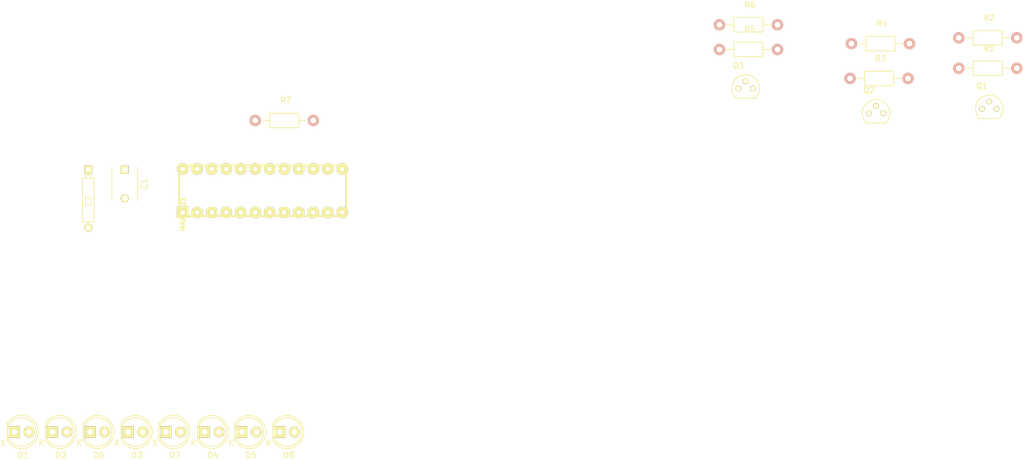
<source format=kicad_pcb>
(kicad_pcb (version 4) (host pcbnew 4.0.2-stable)

  (general
    (links 32)
    (no_connects 32)
    (area 0 0 0 0)
    (thickness 1.6)
    (drawings 0)
    (tracks 0)
    (zones 0)
    (modules 21)
    (nets 36)
  )

  (page A4)
  (layers
    (0 F.Cu signal)
    (31 B.Cu signal)
    (32 B.Adhes user)
    (33 F.Adhes user)
    (34 B.Paste user)
    (35 F.Paste user)
    (36 B.SilkS user)
    (37 F.SilkS user)
    (38 B.Mask user)
    (39 F.Mask user)
    (40 Dwgs.User user)
    (41 Cmts.User user)
    (42 Eco1.User user)
    (43 Eco2.User user)
    (44 Edge.Cuts user)
    (45 Margin user)
    (46 B.CrtYd user)
    (47 F.CrtYd user)
    (48 B.Fab user)
    (49 F.Fab user)
  )

  (setup
    (last_trace_width 0.4)
    (trace_clearance 0.4)
    (zone_clearance 0.508)
    (zone_45_only no)
    (trace_min 0.2)
    (segment_width 0.2)
    (edge_width 0.15)
    (via_size 1.5)
    (via_drill 1)
    (via_min_size 0.4)
    (via_min_drill 0.3)
    (uvia_size 0.3)
    (uvia_drill 0.1)
    (uvias_allowed no)
    (uvia_min_size 0.2)
    (uvia_min_drill 0.1)
    (pcb_text_width 0.3)
    (pcb_text_size 1.5 1.5)
    (mod_edge_width 0.15)
    (mod_text_size 1 1)
    (mod_text_width 0.15)
    (pad_size 1.524 1.524)
    (pad_drill 0.762)
    (pad_to_mask_clearance 0.2)
    (aux_axis_origin 0 0)
    (visible_elements FFFFFF7F)
    (pcbplotparams
      (layerselection 0x00030_80000001)
      (usegerberextensions false)
      (excludeedgelayer true)
      (linewidth 0.100000)
      (plotframeref false)
      (viasonmask false)
      (mode 1)
      (useauxorigin false)
      (hpglpennumber 1)
      (hpglpenspeed 20)
      (hpglpendiameter 15)
      (hpglpenoverlay 2)
      (psnegative false)
      (psa4output false)
      (plotreference true)
      (plotvalue true)
      (plotinvisibletext false)
      (padsonsilk false)
      (subtractmaskfromsilk false)
      (outputformat 1)
      (mirror false)
      (drillshape 1)
      (scaleselection 1)
      (outputdirectory ""))
  )

  (net 0 "")
  (net 1 /ledcontroller/VCC)
  (net 2 /ledcontroller/GND)
  (net 3 /ledcontroller/DIG0)
  (net 4 /piconnect/sheet57A33FA6/3V3)
  (net 5 /piconnect/sheet57A33FA6/TTL_IN)
  (net 6 /piconnect/sheet57A33FA6/CMOS_OUT)
  (net 7 /piconnect/sheet57A33FA7/3V3)
  (net 8 /piconnect/sheet57A33FA7/TTL_IN)
  (net 9 /piconnect/sheet57A33FA7/CMOS_OUT)
  (net 10 /piconnect/sheet57A33FA8/3V3)
  (net 11 /piconnect/sheet57A33FA8/TTL_IN)
  (net 12 /piconnect/sheet57A33FA8/CMOS_OUT)
  (net 13 /piconnect/sheet57A33FA6/5V)
  (net 14 /piconnect/sheet57A33FA7/5V)
  (net 15 /piconnect/sheet57A33FA8/5V)
  (net 16 "Net-(R7-Pad2)")
  (net 17 /ledcontroller/DIN_5V)
  (net 18 /ledcontroller/DIG4)
  (net 19 /ledcontroller/DIG6)
  (net 20 /ledcontroller/DIG2)
  (net 21 /ledcontroller/DIG3)
  (net 22 /ledcontroller/DIG7)
  (net 23 /ledcontroller/DIG5)
  (net 24 /ledcontroller/DIG1)
  (net 25 /ledcontroller/CS_5V)
  (net 26 /ledcontroller/CLK_5V)
  (net 27 /ledcontroller/DOUT_5V)
  (net 28 /ledrow/LED0)
  (net 29 /ledrow/LED1)
  (net 30 /ledrow/LED2)
  (net 31 /ledrow/LED3)
  (net 32 /ledrow/LED4)
  (net 33 /ledrow/LED5)
  (net 34 /ledrow/LED6)
  (net 35 /ledrow/LED7)

  (net_class Default "This is the default net class."
    (clearance 0.4)
    (trace_width 0.4)
    (via_dia 1.5)
    (via_drill 1)
    (uvia_dia 0.3)
    (uvia_drill 0.1)
    (add_net /ledcontroller/CLK_5V)
    (add_net /ledcontroller/CS_5V)
    (add_net /ledcontroller/DIG0)
    (add_net /ledcontroller/DIG1)
    (add_net /ledcontroller/DIG2)
    (add_net /ledcontroller/DIG3)
    (add_net /ledcontroller/DIG4)
    (add_net /ledcontroller/DIG5)
    (add_net /ledcontroller/DIG6)
    (add_net /ledcontroller/DIG7)
    (add_net /ledcontroller/DIN_5V)
    (add_net /ledcontroller/DOUT_5V)
    (add_net /ledrow/LED0)
    (add_net /ledrow/LED1)
    (add_net /ledrow/LED2)
    (add_net /ledrow/LED3)
    (add_net /ledrow/LED4)
    (add_net /ledrow/LED5)
    (add_net /ledrow/LED6)
    (add_net /ledrow/LED7)
    (add_net /piconnect/sheet57A33FA6/3V3)
    (add_net /piconnect/sheet57A33FA6/5V)
    (add_net /piconnect/sheet57A33FA6/CMOS_OUT)
    (add_net /piconnect/sheet57A33FA6/TTL_IN)
    (add_net /piconnect/sheet57A33FA7/3V3)
    (add_net /piconnect/sheet57A33FA7/5V)
    (add_net /piconnect/sheet57A33FA7/CMOS_OUT)
    (add_net /piconnect/sheet57A33FA7/TTL_IN)
    (add_net /piconnect/sheet57A33FA8/3V3)
    (add_net /piconnect/sheet57A33FA8/5V)
    (add_net /piconnect/sheet57A33FA8/CMOS_OUT)
    (add_net /piconnect/sheet57A33FA8/TTL_IN)
    (add_net "Net-(R7-Pad2)")
  )

  (net_class power ""
    (clearance 0.4)
    (trace_width 0.6)
    (via_dia 1.5)
    (via_drill 1)
    (uvia_dia 0.3)
    (uvia_drill 0.1)
    (add_net /ledcontroller/GND)
    (add_net /ledcontroller/VCC)
  )

  (module Capacitors_ThroughHole:C_Disc_D6_P5 (layer F.Cu) (tedit 0) (tstamp 57A30D32)
    (at 111.76 79.502 270)
    (descr "Capacitor 6mm Disc, Pitch 5mm")
    (tags Capacitor)
    (path /57A30207/57A3585E)
    (fp_text reference C1 (at 2.5 -3.5 270) (layer F.SilkS)
      (effects (font (size 1 1) (thickness 0.15)))
    )
    (fp_text value C (at 2.5 3.5 270) (layer F.Fab)
      (effects (font (size 1 1) (thickness 0.15)))
    )
    (fp_line (start -0.95 -2.5) (end 5.95 -2.5) (layer F.CrtYd) (width 0.05))
    (fp_line (start 5.95 -2.5) (end 5.95 2.5) (layer F.CrtYd) (width 0.05))
    (fp_line (start 5.95 2.5) (end -0.95 2.5) (layer F.CrtYd) (width 0.05))
    (fp_line (start -0.95 2.5) (end -0.95 -2.5) (layer F.CrtYd) (width 0.05))
    (fp_line (start -0.5 -2.25) (end 5.5 -2.25) (layer F.SilkS) (width 0.15))
    (fp_line (start 5.5 2.25) (end -0.5 2.25) (layer F.SilkS) (width 0.15))
    (pad 1 thru_hole rect (at 0 0 270) (size 1.4 1.4) (drill 0.9) (layers *.Cu *.Mask F.SilkS)
      (net 1 /ledcontroller/VCC))
    (pad 2 thru_hole circle (at 5 0 270) (size 1.4 1.4) (drill 0.9) (layers *.Cu *.Mask F.SilkS)
      (net 2 /ledcontroller/GND))
    (model Capacitors_ThroughHole.3dshapes/C_Disc_D6_P5.wrl
      (at (xyz 0.0984252 0 0))
      (scale (xyz 1 1 1))
      (rotate (xyz 0 0 0))
    )
  )

  (module Discret:CP4 (layer F.Cu) (tedit 0) (tstamp 57A30D38)
    (at 105.39476 84.56168 270)
    (descr "Condensateur polarise")
    (tags CP)
    (path /57A30207/57A358C3)
    (fp_text reference C2 (at 0.508 0 270) (layer F.SilkS)
      (effects (font (size 1 1) (thickness 0.15)))
    )
    (fp_text value CP (at 0.508 0 270) (layer F.Fab)
      (effects (font (size 1 1) (thickness 0.15)))
    )
    (fp_line (start 5.08 0) (end 4.064 0) (layer F.SilkS) (width 0.15))
    (fp_line (start 4.064 0) (end 4.064 1.016) (layer F.SilkS) (width 0.15))
    (fp_line (start 4.064 1.016) (end -3.556 1.016) (layer F.SilkS) (width 0.15))
    (fp_line (start -3.556 1.016) (end -3.556 -1.016) (layer F.SilkS) (width 0.15))
    (fp_line (start -3.556 -1.016) (end 4.064 -1.016) (layer F.SilkS) (width 0.15))
    (fp_line (start 4.064 -1.016) (end 4.064 0) (layer F.SilkS) (width 0.15))
    (fp_line (start -5.08 0) (end -4.064 0) (layer F.SilkS) (width 0.15))
    (fp_line (start -3.556 0.508) (end -4.064 0.508) (layer F.SilkS) (width 0.15))
    (fp_line (start -4.064 0.508) (end -4.064 -0.508) (layer F.SilkS) (width 0.15))
    (fp_line (start -4.064 -0.508) (end -3.556 -0.508) (layer F.SilkS) (width 0.15))
    (pad 1 thru_hole rect (at -5.08 0 270) (size 1.397 1.397) (drill 0.8128) (layers *.Cu *.Mask F.SilkS)
      (net 1 /ledcontroller/VCC))
    (pad 2 thru_hole circle (at 5.08 0 270) (size 1.397 1.397) (drill 0.8128) (layers *.Cu *.Mask F.SilkS)
      (net 2 /ledcontroller/GND))
    (model Discret.3dshapes/CP4.wrl
      (at (xyz 0 0 0))
      (scale (xyz 0.4 0.4 0.4))
      (rotate (xyz 0 0 0))
    )
  )

  (module LEDs:LED-5MM (layer F.Cu) (tedit 5570F7EA) (tstamp 57A30D3E)
    (at 92.456 125.476)
    (descr "LED 5mm round vertical")
    (tags "LED 5mm round vertical")
    (path /57A2FF76/57A35D23)
    (fp_text reference D1 (at 1.524 4.064) (layer F.SilkS)
      (effects (font (size 1 1) (thickness 0.15)))
    )
    (fp_text value LED (at 1.524 -3.937) (layer F.Fab)
      (effects (font (size 1 1) (thickness 0.15)))
    )
    (fp_line (start -1.5 -1.55) (end -1.5 1.55) (layer F.CrtYd) (width 0.05))
    (fp_arc (start 1.3 0) (end -1.5 1.55) (angle -302) (layer F.CrtYd) (width 0.05))
    (fp_arc (start 1.27 0) (end -1.23 -1.5) (angle 297.5) (layer F.SilkS) (width 0.15))
    (fp_line (start -1.23 1.5) (end -1.23 -1.5) (layer F.SilkS) (width 0.15))
    (fp_circle (center 1.27 0) (end 0.97 -2.5) (layer F.SilkS) (width 0.15))
    (fp_text user K (at -1.905 1.905) (layer F.SilkS)
      (effects (font (size 1 1) (thickness 0.15)))
    )
    (pad 1 thru_hole rect (at 0 0 90) (size 2 1.9) (drill 1.00076) (layers *.Cu *.Mask F.SilkS)
      (net 3 /ledcontroller/DIG0))
    (pad 2 thru_hole circle (at 2.54 0) (size 1.9 1.9) (drill 1.00076) (layers *.Cu *.Mask F.SilkS)
      (net 28 /ledrow/LED0))
    (model LEDs.3dshapes/LED-5MM.wrl
      (at (xyz 0.05 0 0))
      (scale (xyz 1 1 1))
      (rotate (xyz 0 0 90))
    )
  )

  (module LEDs:LED-5MM (layer F.Cu) (tedit 5570F7EA) (tstamp 57A30D44)
    (at 99.096285 125.476)
    (descr "LED 5mm round vertical")
    (tags "LED 5mm round vertical")
    (path /57A2FF76/57A35D1D)
    (fp_text reference D2 (at 1.524 4.064) (layer F.SilkS)
      (effects (font (size 1 1) (thickness 0.15)))
    )
    (fp_text value LED (at 1.524 -3.937) (layer F.Fab)
      (effects (font (size 1 1) (thickness 0.15)))
    )
    (fp_line (start -1.5 -1.55) (end -1.5 1.55) (layer F.CrtYd) (width 0.05))
    (fp_arc (start 1.3 0) (end -1.5 1.55) (angle -302) (layer F.CrtYd) (width 0.05))
    (fp_arc (start 1.27 0) (end -1.23 -1.5) (angle 297.5) (layer F.SilkS) (width 0.15))
    (fp_line (start -1.23 1.5) (end -1.23 -1.5) (layer F.SilkS) (width 0.15))
    (fp_circle (center 1.27 0) (end 0.97 -2.5) (layer F.SilkS) (width 0.15))
    (fp_text user K (at -1.905 1.905) (layer F.SilkS)
      (effects (font (size 1 1) (thickness 0.15)))
    )
    (pad 1 thru_hole rect (at 0 0 90) (size 2 1.9) (drill 1.00076) (layers *.Cu *.Mask F.SilkS)
      (net 3 /ledcontroller/DIG0))
    (pad 2 thru_hole circle (at 2.54 0) (size 1.9 1.9) (drill 1.00076) (layers *.Cu *.Mask F.SilkS)
      (net 29 /ledrow/LED1))
    (model LEDs.3dshapes/LED-5MM.wrl
      (at (xyz 0.05 0 0))
      (scale (xyz 1 1 1))
      (rotate (xyz 0 0 90))
    )
  )

  (module LEDs:LED-5MM (layer F.Cu) (tedit 5570F7EA) (tstamp 57A30D4A)
    (at 112.376855 125.476)
    (descr "LED 5mm round vertical")
    (tags "LED 5mm round vertical")
    (path /57A2FF76/57A35D17)
    (fp_text reference D3 (at 1.524 4.064) (layer F.SilkS)
      (effects (font (size 1 1) (thickness 0.15)))
    )
    (fp_text value LED (at 1.524 -3.937) (layer F.Fab)
      (effects (font (size 1 1) (thickness 0.15)))
    )
    (fp_line (start -1.5 -1.55) (end -1.5 1.55) (layer F.CrtYd) (width 0.05))
    (fp_arc (start 1.3 0) (end -1.5 1.55) (angle -302) (layer F.CrtYd) (width 0.05))
    (fp_arc (start 1.27 0) (end -1.23 -1.5) (angle 297.5) (layer F.SilkS) (width 0.15))
    (fp_line (start -1.23 1.5) (end -1.23 -1.5) (layer F.SilkS) (width 0.15))
    (fp_circle (center 1.27 0) (end 0.97 -2.5) (layer F.SilkS) (width 0.15))
    (fp_text user K (at -1.905 1.905) (layer F.SilkS)
      (effects (font (size 1 1) (thickness 0.15)))
    )
    (pad 1 thru_hole rect (at 0 0 90) (size 2 1.9) (drill 1.00076) (layers *.Cu *.Mask F.SilkS)
      (net 3 /ledcontroller/DIG0))
    (pad 2 thru_hole circle (at 2.54 0) (size 1.9 1.9) (drill 1.00076) (layers *.Cu *.Mask F.SilkS)
      (net 30 /ledrow/LED2))
    (model LEDs.3dshapes/LED-5MM.wrl
      (at (xyz 0.05 0 0))
      (scale (xyz 1 1 1))
      (rotate (xyz 0 0 90))
    )
  )

  (module LEDs:LED-5MM (layer F.Cu) (tedit 5570F7EA) (tstamp 57A30D50)
    (at 125.73 125.476)
    (descr "LED 5mm round vertical")
    (tags "LED 5mm round vertical")
    (path /57A2FF76/57A35D11)
    (fp_text reference D4 (at 1.524 4.064) (layer F.SilkS)
      (effects (font (size 1 1) (thickness 0.15)))
    )
    (fp_text value LED (at 1.524 -3.937) (layer F.Fab)
      (effects (font (size 1 1) (thickness 0.15)))
    )
    (fp_line (start -1.5 -1.55) (end -1.5 1.55) (layer F.CrtYd) (width 0.05))
    (fp_arc (start 1.3 0) (end -1.5 1.55) (angle -302) (layer F.CrtYd) (width 0.05))
    (fp_arc (start 1.27 0) (end -1.23 -1.5) (angle 297.5) (layer F.SilkS) (width 0.15))
    (fp_line (start -1.23 1.5) (end -1.23 -1.5) (layer F.SilkS) (width 0.15))
    (fp_circle (center 1.27 0) (end 0.97 -2.5) (layer F.SilkS) (width 0.15))
    (fp_text user K (at -1.905 1.905) (layer F.SilkS)
      (effects (font (size 1 1) (thickness 0.15)))
    )
    (pad 1 thru_hole rect (at 0 0 90) (size 2 1.9) (drill 1.00076) (layers *.Cu *.Mask F.SilkS)
      (net 3 /ledcontroller/DIG0))
    (pad 2 thru_hole circle (at 2.54 0) (size 1.9 1.9) (drill 1.00076) (layers *.Cu *.Mask F.SilkS)
      (net 31 /ledrow/LED3))
    (model LEDs.3dshapes/LED-5MM.wrl
      (at (xyz 0.05 0 0))
      (scale (xyz 1 1 1))
      (rotate (xyz 0 0 90))
    )
  )

  (module LEDs:LED-5MM (layer F.Cu) (tedit 5570F7EA) (tstamp 57A30D56)
    (at 132.29771 125.476)
    (descr "LED 5mm round vertical")
    (tags "LED 5mm round vertical")
    (path /57A2FF76/57A35BD9)
    (fp_text reference D5 (at 1.524 4.064) (layer F.SilkS)
      (effects (font (size 1 1) (thickness 0.15)))
    )
    (fp_text value LED (at 1.524 -3.937) (layer F.Fab)
      (effects (font (size 1 1) (thickness 0.15)))
    )
    (fp_line (start -1.5 -1.55) (end -1.5 1.55) (layer F.CrtYd) (width 0.05))
    (fp_arc (start 1.3 0) (end -1.5 1.55) (angle -302) (layer F.CrtYd) (width 0.05))
    (fp_arc (start 1.27 0) (end -1.23 -1.5) (angle 297.5) (layer F.SilkS) (width 0.15))
    (fp_line (start -1.23 1.5) (end -1.23 -1.5) (layer F.SilkS) (width 0.15))
    (fp_circle (center 1.27 0) (end 0.97 -2.5) (layer F.SilkS) (width 0.15))
    (fp_text user K (at -1.905 1.905) (layer F.SilkS)
      (effects (font (size 1 1) (thickness 0.15)))
    )
    (pad 1 thru_hole rect (at 0 0 90) (size 2 1.9) (drill 1.00076) (layers *.Cu *.Mask F.SilkS)
      (net 3 /ledcontroller/DIG0))
    (pad 2 thru_hole circle (at 2.54 0) (size 1.9 1.9) (drill 1.00076) (layers *.Cu *.Mask F.SilkS)
      (net 32 /ledrow/LED4))
    (model LEDs.3dshapes/LED-5MM.wrl
      (at (xyz 0.05 0 0))
      (scale (xyz 1 1 1))
      (rotate (xyz 0 0 90))
    )
  )

  (module LEDs:LED-5MM (layer F.Cu) (tedit 5570F7EA) (tstamp 57A30D5C)
    (at 105.73657 125.476)
    (descr "LED 5mm round vertical")
    (tags "LED 5mm round vertical")
    (path /57A2FF76/57A35BB5)
    (fp_text reference D6 (at 1.524 4.064) (layer F.SilkS)
      (effects (font (size 1 1) (thickness 0.15)))
    )
    (fp_text value LED (at 1.524 -3.937) (layer F.Fab)
      (effects (font (size 1 1) (thickness 0.15)))
    )
    (fp_line (start -1.5 -1.55) (end -1.5 1.55) (layer F.CrtYd) (width 0.05))
    (fp_arc (start 1.3 0) (end -1.5 1.55) (angle -302) (layer F.CrtYd) (width 0.05))
    (fp_arc (start 1.27 0) (end -1.23 -1.5) (angle 297.5) (layer F.SilkS) (width 0.15))
    (fp_line (start -1.23 1.5) (end -1.23 -1.5) (layer F.SilkS) (width 0.15))
    (fp_circle (center 1.27 0) (end 0.97 -2.5) (layer F.SilkS) (width 0.15))
    (fp_text user K (at -1.905 1.905) (layer F.SilkS)
      (effects (font (size 1 1) (thickness 0.15)))
    )
    (pad 1 thru_hole rect (at 0 0 90) (size 2 1.9) (drill 1.00076) (layers *.Cu *.Mask F.SilkS)
      (net 3 /ledcontroller/DIG0))
    (pad 2 thru_hole circle (at 2.54 0) (size 1.9 1.9) (drill 1.00076) (layers *.Cu *.Mask F.SilkS)
      (net 33 /ledrow/LED5))
    (model LEDs.3dshapes/LED-5MM.wrl
      (at (xyz 0.05 0 0))
      (scale (xyz 1 1 1))
      (rotate (xyz 0 0 90))
    )
  )

  (module LEDs:LED-5MM (layer F.Cu) (tedit 5570F7EA) (tstamp 57A30D62)
    (at 119.01714 125.476)
    (descr "LED 5mm round vertical")
    (tags "LED 5mm round vertical")
    (path /57A2FF76/57A35B88)
    (fp_text reference D7 (at 1.524 4.064) (layer F.SilkS)
      (effects (font (size 1 1) (thickness 0.15)))
    )
    (fp_text value LED (at 1.524 -3.937) (layer F.Fab)
      (effects (font (size 1 1) (thickness 0.15)))
    )
    (fp_line (start -1.5 -1.55) (end -1.5 1.55) (layer F.CrtYd) (width 0.05))
    (fp_arc (start 1.3 0) (end -1.5 1.55) (angle -302) (layer F.CrtYd) (width 0.05))
    (fp_arc (start 1.27 0) (end -1.23 -1.5) (angle 297.5) (layer F.SilkS) (width 0.15))
    (fp_line (start -1.23 1.5) (end -1.23 -1.5) (layer F.SilkS) (width 0.15))
    (fp_circle (center 1.27 0) (end 0.97 -2.5) (layer F.SilkS) (width 0.15))
    (fp_text user K (at -1.905 1.905) (layer F.SilkS)
      (effects (font (size 1 1) (thickness 0.15)))
    )
    (pad 1 thru_hole rect (at 0 0 90) (size 2 1.9) (drill 1.00076) (layers *.Cu *.Mask F.SilkS)
      (net 3 /ledcontroller/DIG0))
    (pad 2 thru_hole circle (at 2.54 0) (size 1.9 1.9) (drill 1.00076) (layers *.Cu *.Mask F.SilkS)
      (net 34 /ledrow/LED6))
    (model LEDs.3dshapes/LED-5MM.wrl
      (at (xyz 0.05 0 0))
      (scale (xyz 1 1 1))
      (rotate (xyz 0 0 90))
    )
  )

  (module LEDs:LED-5MM (layer F.Cu) (tedit 5570F7EA) (tstamp 57A30D68)
    (at 138.937995 125.476)
    (descr "LED 5mm round vertical")
    (tags "LED 5mm round vertical")
    (path /57A2FF76/57A35AD5)
    (fp_text reference D8 (at 1.524 4.064) (layer F.SilkS)
      (effects (font (size 1 1) (thickness 0.15)))
    )
    (fp_text value LED (at 1.524 -3.937) (layer F.Fab)
      (effects (font (size 1 1) (thickness 0.15)))
    )
    (fp_line (start -1.5 -1.55) (end -1.5 1.55) (layer F.CrtYd) (width 0.05))
    (fp_arc (start 1.3 0) (end -1.5 1.55) (angle -302) (layer F.CrtYd) (width 0.05))
    (fp_arc (start 1.27 0) (end -1.23 -1.5) (angle 297.5) (layer F.SilkS) (width 0.15))
    (fp_line (start -1.23 1.5) (end -1.23 -1.5) (layer F.SilkS) (width 0.15))
    (fp_circle (center 1.27 0) (end 0.97 -2.5) (layer F.SilkS) (width 0.15))
    (fp_text user K (at -1.905 1.905) (layer F.SilkS)
      (effects (font (size 1 1) (thickness 0.15)))
    )
    (pad 1 thru_hole rect (at 0 0 90) (size 2 1.9) (drill 1.00076) (layers *.Cu *.Mask F.SilkS)
      (net 3 /ledcontroller/DIG0))
    (pad 2 thru_hole circle (at 2.54 0) (size 1.9 1.9) (drill 1.00076) (layers *.Cu *.Mask F.SilkS)
      (net 35 /ledrow/LED7))
    (model LEDs.3dshapes/LED-5MM.wrl
      (at (xyz 0.05 0 0))
      (scale (xyz 1 1 1))
      (rotate (xyz 0 0 90))
    )
  )

  (module Resistors_ThroughHole:Resistor_Horizontal_RM10mm (layer F.Cu) (tedit 56648415) (tstamp 57A30DA7)
    (at 134.62 70.866)
    (descr "Resistor, Axial,  RM 10mm, 1/3W")
    (tags "Resistor Axial RM 10mm 1/3W")
    (path /57A30207/57A343D9)
    (fp_text reference R7 (at 5.32892 -3.50012) (layer F.SilkS)
      (effects (font (size 1 1) (thickness 0.15)))
    )
    (fp_text value R_SET (at 5.08 3.81) (layer F.Fab)
      (effects (font (size 1 1) (thickness 0.15)))
    )
    (fp_line (start -1.25 -1.5) (end 11.4 -1.5) (layer F.CrtYd) (width 0.05))
    (fp_line (start -1.25 1.5) (end -1.25 -1.5) (layer F.CrtYd) (width 0.05))
    (fp_line (start 11.4 -1.5) (end 11.4 1.5) (layer F.CrtYd) (width 0.05))
    (fp_line (start -1.25 1.5) (end 11.4 1.5) (layer F.CrtYd) (width 0.05))
    (fp_line (start 2.54 -1.27) (end 7.62 -1.27) (layer F.SilkS) (width 0.15))
    (fp_line (start 7.62 -1.27) (end 7.62 1.27) (layer F.SilkS) (width 0.15))
    (fp_line (start 7.62 1.27) (end 2.54 1.27) (layer F.SilkS) (width 0.15))
    (fp_line (start 2.54 1.27) (end 2.54 -1.27) (layer F.SilkS) (width 0.15))
    (fp_line (start 2.54 0) (end 1.27 0) (layer F.SilkS) (width 0.15))
    (fp_line (start 7.62 0) (end 8.89 0) (layer F.SilkS) (width 0.15))
    (pad 1 thru_hole circle (at 0 0) (size 1.99898 1.99898) (drill 1.00076) (layers *.Cu *.SilkS *.Mask)
      (net 1 /ledcontroller/VCC))
    (pad 2 thru_hole circle (at 10.16 0) (size 1.99898 1.99898) (drill 1.00076) (layers *.Cu *.SilkS *.Mask)
      (net 16 "Net-(R7-Pad2)"))
    (model Resistors_ThroughHole.3dshapes/Resistor_Horizontal_RM10mm.wrl
      (at (xyz 0 0 0))
      (scale (xyz 0.4 0.4 0.4))
      (rotate (xyz 0 0 0))
    )
  )

  (module DIL24:DIL24 (layer F.Cu) (tedit 200000) (tstamp 57A30DC3)
    (at 121.92 86.995)
    (descr "e.g. MAX7221")
    (path /57A30207/57A34228)
    (fp_text reference U1 (at 0 -0.254 270) (layer F.SilkS)
      (effects (font (size 0.889 0.889) (thickness 0.3048)))
    )
    (fp_text value MAX7221 (at 0 0.254 270) (layer F.SilkS)
      (effects (font (size 0.889 0.889) (thickness 0.3048)))
    )
    (fp_line (start -0.635 0.635) (end 28.575 0.635) (layer F.SilkS) (width 0.3048))
    (fp_line (start 28.575 0.635) (end 28.575 -8.255) (layer F.SilkS) (width 0.3048))
    (fp_line (start 28.575 -8.255) (end -0.635 -8.255) (layer F.SilkS) (width 0.3048))
    (fp_line (start -0.635 -8.255) (end -0.635 0.635) (layer F.SilkS) (width 0.3048))
    (pad 1 thru_hole rect (at 0 0) (size 2.032 2.032) (drill 0.762) (layers *.Cu *.Mask F.SilkS)
      (net 17 /ledcontroller/DIN_5V))
    (pad 2 thru_hole circle (at 2.54 0) (size 2.032 2.032) (drill 0.762) (layers *.Cu *.Mask F.SilkS)
      (net 3 /ledcontroller/DIG0))
    (pad 3 thru_hole circle (at 5.08 0) (size 2.032 2.032) (drill 0.762) (layers *.Cu *.Mask F.SilkS)
      (net 18 /ledcontroller/DIG4))
    (pad 4 thru_hole circle (at 7.62 0) (size 2.032 2.032) (drill 0.762) (layers *.Cu *.Mask F.SilkS)
      (net 2 /ledcontroller/GND))
    (pad 5 thru_hole circle (at 10.16 0) (size 2.032 2.032) (drill 0.762) (layers *.Cu *.Mask F.SilkS)
      (net 19 /ledcontroller/DIG6))
    (pad 6 thru_hole circle (at 12.7 0) (size 2.032 2.032) (drill 0.762) (layers *.Cu *.Mask F.SilkS)
      (net 20 /ledcontroller/DIG2))
    (pad 7 thru_hole circle (at 15.24 0) (size 2.032 2.032) (drill 0.762) (layers *.Cu *.Mask F.SilkS)
      (net 21 /ledcontroller/DIG3))
    (pad 8 thru_hole circle (at 17.78 0) (size 2.032 2.032) (drill 0.762) (layers *.Cu *.Mask F.SilkS)
      (net 22 /ledcontroller/DIG7))
    (pad 9 thru_hole circle (at 20.32 0) (size 2.032 2.032) (drill 0.762) (layers *.Cu *.Mask F.SilkS)
      (net 2 /ledcontroller/GND))
    (pad 10 thru_hole circle (at 22.86 0) (size 2.032 2.032) (drill 0.762) (layers *.Cu *.Mask F.SilkS)
      (net 23 /ledcontroller/DIG5))
    (pad 11 thru_hole circle (at 25.4 0) (size 2.032 2.032) (drill 0.762) (layers *.Cu *.Mask F.SilkS)
      (net 24 /ledcontroller/DIG1))
    (pad 12 thru_hole circle (at 27.94 0) (size 2.032 2.032) (drill 0.762) (layers *.Cu *.Mask F.SilkS)
      (net 25 /ledcontroller/CS_5V))
    (pad 13 thru_hole circle (at 27.94 -7.62 180) (size 2.032 2.032) (drill 0.762) (layers *.Cu *.Mask F.SilkS)
      (net 26 /ledcontroller/CLK_5V))
    (pad 14 thru_hole circle (at 25.4 -7.62 180) (size 2.032 2.032) (drill 0.762) (layers *.Cu *.Mask F.SilkS)
      (net 28 /ledrow/LED0))
    (pad 15 thru_hole circle (at 22.86 -7.62 180) (size 2.032 2.032) (drill 0.762) (layers *.Cu *.Mask F.SilkS)
      (net 33 /ledrow/LED5))
    (pad 16 thru_hole circle (at 20.32 -7.62 180) (size 2.032 2.032) (drill 0.762) (layers *.Cu *.Mask F.SilkS)
      (net 29 /ledrow/LED1))
    (pad 17 thru_hole circle (at 17.78 -7.62 180) (size 2.032 2.032) (drill 0.762) (layers *.Cu *.Mask F.SilkS)
      (net 34 /ledrow/LED6))
    (pad 18 thru_hole circle (at 15.24 -7.62 180) (size 2.032 2.032) (drill 0.762) (layers *.Cu *.Mask F.SilkS)
      (net 16 "Net-(R7-Pad2)"))
    (pad 19 thru_hole circle (at 12.7 -7.62 180) (size 2.032 2.032) (drill 0.762) (layers *.Cu *.Mask F.SilkS)
      (net 1 /ledcontroller/VCC))
    (pad 20 thru_hole circle (at 10.16 -7.62 180) (size 2.032 2.032) (drill 0.762) (layers *.Cu *.Mask F.SilkS)
      (net 30 /ledrow/LED2))
    (pad 21 thru_hole circle (at 7.62 -7.62 180) (size 2.032 2.032) (drill 0.762) (layers *.Cu *.Mask F.SilkS)
      (net 32 /ledrow/LED4))
    (pad 22 thru_hole circle (at 5.08 -7.62 180) (size 2.032 2.032) (drill 0.762) (layers *.Cu *.Mask F.SilkS)
      (net 35 /ledrow/LED7))
    (pad 23 thru_hole circle (at 2.54 -7.62 180) (size 2.032 2.032) (drill 0.762) (layers *.Cu *.Mask F.SilkS)
      (net 31 /ledrow/LED3))
    (pad 24 thru_hole circle (at 0 -7.62 180) (size 2.032 2.032) (drill 0.762) (layers *.Cu *.Mask F.SilkS)
      (net 27 /ledcontroller/DOUT_5V))
  )

  (module TO_SOT_Packages_THT:TO-92_Molded_Narrow (layer F.Cu) (tedit 54F242E1) (tstamp 57A310D5)
    (at 261.874 68.834)
    (descr "TO-92 leads molded, narrow, drill 0.6mm (see NXP sot054_po.pdf)")
    (tags "to-92 sc-43 sc-43a sot54 PA33 transistor")
    (path /57A2FF40/57A33FAE/5798C66E)
    (fp_text reference Q1 (at 0 -4) (layer F.SilkS)
      (effects (font (size 1 1) (thickness 0.15)))
    )
    (fp_text value 2N7000 (at 0 3) (layer F.Fab)
      (effects (font (size 1 1) (thickness 0.15)))
    )
    (fp_line (start -1.4 1.95) (end -1.4 -2.65) (layer F.CrtYd) (width 0.05))
    (fp_line (start -1.4 1.95) (end 3.9 1.95) (layer F.CrtYd) (width 0.05))
    (fp_line (start -0.43 1.7) (end 2.97 1.7) (layer F.SilkS) (width 0.15))
    (fp_arc (start 1.27 0) (end 1.27 -2.4) (angle -135) (layer F.SilkS) (width 0.15))
    (fp_arc (start 1.27 0) (end 1.27 -2.4) (angle 135) (layer F.SilkS) (width 0.15))
    (fp_line (start -1.4 -2.65) (end 3.9 -2.65) (layer F.CrtYd) (width 0.05))
    (fp_line (start 3.9 1.95) (end 3.9 -2.65) (layer F.CrtYd) (width 0.05))
    (pad 2 thru_hole circle (at 1.27 -1.27 90) (size 1.00076 1.00076) (drill 0.6) (layers *.Cu *.Mask F.SilkS)
      (net 4 /piconnect/sheet57A33FA6/3V3))
    (pad 3 thru_hole circle (at 2.54 0 90) (size 1.00076 1.00076) (drill 0.6) (layers *.Cu *.Mask F.SilkS)
      (net 5 /piconnect/sheet57A33FA6/TTL_IN))
    (pad 1 thru_hole circle (at 0 0 90) (size 1.00076 1.00076) (drill 0.6) (layers *.Cu *.Mask F.SilkS)
      (net 6 /piconnect/sheet57A33FA6/CMOS_OUT))
    (model TO_SOT_Packages_THT.3dshapes/TO-92_Molded_Narrow.wrl
      (at (xyz 0.05 0 0))
      (scale (xyz 1 1 1))
      (rotate (xyz 0 0 -90))
    )
  )

  (module TO_SOT_Packages_THT:TO-92_Molded_Narrow (layer F.Cu) (tedit 54F242E1) (tstamp 57A310DC)
    (at 242.062 69.596)
    (descr "TO-92 leads molded, narrow, drill 0.6mm (see NXP sot054_po.pdf)")
    (tags "to-92 sc-43 sc-43a sot54 PA33 transistor")
    (path /57A2FF40/57A33FC0/5798C66E)
    (fp_text reference Q2 (at 0 -4) (layer F.SilkS)
      (effects (font (size 1 1) (thickness 0.15)))
    )
    (fp_text value 2N7000 (at 0 3) (layer F.Fab)
      (effects (font (size 1 1) (thickness 0.15)))
    )
    (fp_line (start -1.4 1.95) (end -1.4 -2.65) (layer F.CrtYd) (width 0.05))
    (fp_line (start -1.4 1.95) (end 3.9 1.95) (layer F.CrtYd) (width 0.05))
    (fp_line (start -0.43 1.7) (end 2.97 1.7) (layer F.SilkS) (width 0.15))
    (fp_arc (start 1.27 0) (end 1.27 -2.4) (angle -135) (layer F.SilkS) (width 0.15))
    (fp_arc (start 1.27 0) (end 1.27 -2.4) (angle 135) (layer F.SilkS) (width 0.15))
    (fp_line (start -1.4 -2.65) (end 3.9 -2.65) (layer F.CrtYd) (width 0.05))
    (fp_line (start 3.9 1.95) (end 3.9 -2.65) (layer F.CrtYd) (width 0.05))
    (pad 2 thru_hole circle (at 1.27 -1.27 90) (size 1.00076 1.00076) (drill 0.6) (layers *.Cu *.Mask F.SilkS)
      (net 7 /piconnect/sheet57A33FA7/3V3))
    (pad 3 thru_hole circle (at 2.54 0 90) (size 1.00076 1.00076) (drill 0.6) (layers *.Cu *.Mask F.SilkS)
      (net 8 /piconnect/sheet57A33FA7/TTL_IN))
    (pad 1 thru_hole circle (at 0 0 90) (size 1.00076 1.00076) (drill 0.6) (layers *.Cu *.Mask F.SilkS)
      (net 9 /piconnect/sheet57A33FA7/CMOS_OUT))
    (model TO_SOT_Packages_THT.3dshapes/TO-92_Molded_Narrow.wrl
      (at (xyz 0.05 0 0))
      (scale (xyz 1 1 1))
      (rotate (xyz 0 0 -90))
    )
  )

  (module TO_SOT_Packages_THT:TO-92_Molded_Narrow (layer F.Cu) (tedit 54F242E1) (tstamp 57A310E3)
    (at 219.202 65.278)
    (descr "TO-92 leads molded, narrow, drill 0.6mm (see NXP sot054_po.pdf)")
    (tags "to-92 sc-43 sc-43a sot54 PA33 transistor")
    (path /57A2FF40/57A33FD2/5798C66E)
    (fp_text reference Q3 (at 0 -4) (layer F.SilkS)
      (effects (font (size 1 1) (thickness 0.15)))
    )
    (fp_text value 2N7000 (at 0 3) (layer F.Fab)
      (effects (font (size 1 1) (thickness 0.15)))
    )
    (fp_line (start -1.4 1.95) (end -1.4 -2.65) (layer F.CrtYd) (width 0.05))
    (fp_line (start -1.4 1.95) (end 3.9 1.95) (layer F.CrtYd) (width 0.05))
    (fp_line (start -0.43 1.7) (end 2.97 1.7) (layer F.SilkS) (width 0.15))
    (fp_arc (start 1.27 0) (end 1.27 -2.4) (angle -135) (layer F.SilkS) (width 0.15))
    (fp_arc (start 1.27 0) (end 1.27 -2.4) (angle 135) (layer F.SilkS) (width 0.15))
    (fp_line (start -1.4 -2.65) (end 3.9 -2.65) (layer F.CrtYd) (width 0.05))
    (fp_line (start 3.9 1.95) (end 3.9 -2.65) (layer F.CrtYd) (width 0.05))
    (pad 2 thru_hole circle (at 1.27 -1.27 90) (size 1.00076 1.00076) (drill 0.6) (layers *.Cu *.Mask F.SilkS)
      (net 10 /piconnect/sheet57A33FA8/3V3))
    (pad 3 thru_hole circle (at 2.54 0 90) (size 1.00076 1.00076) (drill 0.6) (layers *.Cu *.Mask F.SilkS)
      (net 11 /piconnect/sheet57A33FA8/TTL_IN))
    (pad 1 thru_hole circle (at 0 0 90) (size 1.00076 1.00076) (drill 0.6) (layers *.Cu *.Mask F.SilkS)
      (net 12 /piconnect/sheet57A33FA8/CMOS_OUT))
    (model TO_SOT_Packages_THT.3dshapes/TO-92_Molded_Narrow.wrl
      (at (xyz 0.05 0 0))
      (scale (xyz 1 1 1))
      (rotate (xyz 0 0 -90))
    )
  )

  (module Resistors_ThroughHole:Resistor_Horizontal_RM10mm (layer F.Cu) (tedit 56648415) (tstamp 57A310E9)
    (at 257.81 61.722)
    (descr "Resistor, Axial,  RM 10mm, 1/3W")
    (tags "Resistor Axial RM 10mm 1/3W")
    (path /57A2FF40/57A33FAE/5798C5FD)
    (fp_text reference R1 (at 5.32892 -3.50012) (layer F.SilkS)
      (effects (font (size 1 1) (thickness 0.15)))
    )
    (fp_text value 10K (at 5.08 3.81) (layer F.Fab)
      (effects (font (size 1 1) (thickness 0.15)))
    )
    (fp_line (start -1.25 -1.5) (end 11.4 -1.5) (layer F.CrtYd) (width 0.05))
    (fp_line (start -1.25 1.5) (end -1.25 -1.5) (layer F.CrtYd) (width 0.05))
    (fp_line (start 11.4 -1.5) (end 11.4 1.5) (layer F.CrtYd) (width 0.05))
    (fp_line (start -1.25 1.5) (end 11.4 1.5) (layer F.CrtYd) (width 0.05))
    (fp_line (start 2.54 -1.27) (end 7.62 -1.27) (layer F.SilkS) (width 0.15))
    (fp_line (start 7.62 -1.27) (end 7.62 1.27) (layer F.SilkS) (width 0.15))
    (fp_line (start 7.62 1.27) (end 2.54 1.27) (layer F.SilkS) (width 0.15))
    (fp_line (start 2.54 1.27) (end 2.54 -1.27) (layer F.SilkS) (width 0.15))
    (fp_line (start 2.54 0) (end 1.27 0) (layer F.SilkS) (width 0.15))
    (fp_line (start 7.62 0) (end 8.89 0) (layer F.SilkS) (width 0.15))
    (pad 1 thru_hole circle (at 0 0) (size 1.99898 1.99898) (drill 1.00076) (layers *.Cu *.SilkS *.Mask)
      (net 4 /piconnect/sheet57A33FA6/3V3))
    (pad 2 thru_hole circle (at 10.16 0) (size 1.99898 1.99898) (drill 1.00076) (layers *.Cu *.SilkS *.Mask)
      (net 5 /piconnect/sheet57A33FA6/TTL_IN))
    (model Resistors_ThroughHole.3dshapes/Resistor_Horizontal_RM10mm.wrl
      (at (xyz 0 0 0))
      (scale (xyz 0.4 0.4 0.4))
      (rotate (xyz 0 0 0))
    )
  )

  (module Resistors_ThroughHole:Resistor_Horizontal_RM10mm (layer F.Cu) (tedit 56648415) (tstamp 57A310EF)
    (at 257.81 56.388)
    (descr "Resistor, Axial,  RM 10mm, 1/3W")
    (tags "Resistor Axial RM 10mm 1/3W")
    (path /57A2FF40/57A33FAE/5798C628)
    (fp_text reference R2 (at 5.32892 -3.50012) (layer F.SilkS)
      (effects (font (size 1 1) (thickness 0.15)))
    )
    (fp_text value 10K (at 5.08 3.81) (layer F.Fab)
      (effects (font (size 1 1) (thickness 0.15)))
    )
    (fp_line (start -1.25 -1.5) (end 11.4 -1.5) (layer F.CrtYd) (width 0.05))
    (fp_line (start -1.25 1.5) (end -1.25 -1.5) (layer F.CrtYd) (width 0.05))
    (fp_line (start 11.4 -1.5) (end 11.4 1.5) (layer F.CrtYd) (width 0.05))
    (fp_line (start -1.25 1.5) (end 11.4 1.5) (layer F.CrtYd) (width 0.05))
    (fp_line (start 2.54 -1.27) (end 7.62 -1.27) (layer F.SilkS) (width 0.15))
    (fp_line (start 7.62 -1.27) (end 7.62 1.27) (layer F.SilkS) (width 0.15))
    (fp_line (start 7.62 1.27) (end 2.54 1.27) (layer F.SilkS) (width 0.15))
    (fp_line (start 2.54 1.27) (end 2.54 -1.27) (layer F.SilkS) (width 0.15))
    (fp_line (start 2.54 0) (end 1.27 0) (layer F.SilkS) (width 0.15))
    (fp_line (start 7.62 0) (end 8.89 0) (layer F.SilkS) (width 0.15))
    (pad 1 thru_hole circle (at 0 0) (size 1.99898 1.99898) (drill 1.00076) (layers *.Cu *.SilkS *.Mask)
      (net 13 /piconnect/sheet57A33FA6/5V))
    (pad 2 thru_hole circle (at 10.16 0) (size 1.99898 1.99898) (drill 1.00076) (layers *.Cu *.SilkS *.Mask)
      (net 6 /piconnect/sheet57A33FA6/CMOS_OUT))
    (model Resistors_ThroughHole.3dshapes/Resistor_Horizontal_RM10mm.wrl
      (at (xyz 0 0 0))
      (scale (xyz 0.4 0.4 0.4))
      (rotate (xyz 0 0 0))
    )
  )

  (module Resistors_ThroughHole:Resistor_Horizontal_RM10mm (layer F.Cu) (tedit 56648415) (tstamp 57A310F5)
    (at 238.76 63.5)
    (descr "Resistor, Axial,  RM 10mm, 1/3W")
    (tags "Resistor Axial RM 10mm 1/3W")
    (path /57A2FF40/57A33FC0/5798C5FD)
    (fp_text reference R3 (at 5.32892 -3.50012) (layer F.SilkS)
      (effects (font (size 1 1) (thickness 0.15)))
    )
    (fp_text value 10K (at 5.08 3.81) (layer F.Fab)
      (effects (font (size 1 1) (thickness 0.15)))
    )
    (fp_line (start -1.25 -1.5) (end 11.4 -1.5) (layer F.CrtYd) (width 0.05))
    (fp_line (start -1.25 1.5) (end -1.25 -1.5) (layer F.CrtYd) (width 0.05))
    (fp_line (start 11.4 -1.5) (end 11.4 1.5) (layer F.CrtYd) (width 0.05))
    (fp_line (start -1.25 1.5) (end 11.4 1.5) (layer F.CrtYd) (width 0.05))
    (fp_line (start 2.54 -1.27) (end 7.62 -1.27) (layer F.SilkS) (width 0.15))
    (fp_line (start 7.62 -1.27) (end 7.62 1.27) (layer F.SilkS) (width 0.15))
    (fp_line (start 7.62 1.27) (end 2.54 1.27) (layer F.SilkS) (width 0.15))
    (fp_line (start 2.54 1.27) (end 2.54 -1.27) (layer F.SilkS) (width 0.15))
    (fp_line (start 2.54 0) (end 1.27 0) (layer F.SilkS) (width 0.15))
    (fp_line (start 7.62 0) (end 8.89 0) (layer F.SilkS) (width 0.15))
    (pad 1 thru_hole circle (at 0 0) (size 1.99898 1.99898) (drill 1.00076) (layers *.Cu *.SilkS *.Mask)
      (net 7 /piconnect/sheet57A33FA7/3V3))
    (pad 2 thru_hole circle (at 10.16 0) (size 1.99898 1.99898) (drill 1.00076) (layers *.Cu *.SilkS *.Mask)
      (net 8 /piconnect/sheet57A33FA7/TTL_IN))
    (model Resistors_ThroughHole.3dshapes/Resistor_Horizontal_RM10mm.wrl
      (at (xyz 0 0 0))
      (scale (xyz 0.4 0.4 0.4))
      (rotate (xyz 0 0 0))
    )
  )

  (module Resistors_ThroughHole:Resistor_Horizontal_RM10mm (layer F.Cu) (tedit 56648415) (tstamp 57A310FB)
    (at 239.014 57.404)
    (descr "Resistor, Axial,  RM 10mm, 1/3W")
    (tags "Resistor Axial RM 10mm 1/3W")
    (path /57A2FF40/57A33FC0/5798C628)
    (fp_text reference R4 (at 5.32892 -3.50012) (layer F.SilkS)
      (effects (font (size 1 1) (thickness 0.15)))
    )
    (fp_text value 10K (at 5.08 3.81) (layer F.Fab)
      (effects (font (size 1 1) (thickness 0.15)))
    )
    (fp_line (start -1.25 -1.5) (end 11.4 -1.5) (layer F.CrtYd) (width 0.05))
    (fp_line (start -1.25 1.5) (end -1.25 -1.5) (layer F.CrtYd) (width 0.05))
    (fp_line (start 11.4 -1.5) (end 11.4 1.5) (layer F.CrtYd) (width 0.05))
    (fp_line (start -1.25 1.5) (end 11.4 1.5) (layer F.CrtYd) (width 0.05))
    (fp_line (start 2.54 -1.27) (end 7.62 -1.27) (layer F.SilkS) (width 0.15))
    (fp_line (start 7.62 -1.27) (end 7.62 1.27) (layer F.SilkS) (width 0.15))
    (fp_line (start 7.62 1.27) (end 2.54 1.27) (layer F.SilkS) (width 0.15))
    (fp_line (start 2.54 1.27) (end 2.54 -1.27) (layer F.SilkS) (width 0.15))
    (fp_line (start 2.54 0) (end 1.27 0) (layer F.SilkS) (width 0.15))
    (fp_line (start 7.62 0) (end 8.89 0) (layer F.SilkS) (width 0.15))
    (pad 1 thru_hole circle (at 0 0) (size 1.99898 1.99898) (drill 1.00076) (layers *.Cu *.SilkS *.Mask)
      (net 14 /piconnect/sheet57A33FA7/5V))
    (pad 2 thru_hole circle (at 10.16 0) (size 1.99898 1.99898) (drill 1.00076) (layers *.Cu *.SilkS *.Mask)
      (net 9 /piconnect/sheet57A33FA7/CMOS_OUT))
    (model Resistors_ThroughHole.3dshapes/Resistor_Horizontal_RM10mm.wrl
      (at (xyz 0 0 0))
      (scale (xyz 0.4 0.4 0.4))
      (rotate (xyz 0 0 0))
    )
  )

  (module Resistors_ThroughHole:Resistor_Horizontal_RM10mm (layer F.Cu) (tedit 56648415) (tstamp 57A31101)
    (at 215.9 58.42)
    (descr "Resistor, Axial,  RM 10mm, 1/3W")
    (tags "Resistor Axial RM 10mm 1/3W")
    (path /57A2FF40/57A33FD2/5798C5FD)
    (fp_text reference R5 (at 5.32892 -3.50012) (layer F.SilkS)
      (effects (font (size 1 1) (thickness 0.15)))
    )
    (fp_text value 10K (at 5.08 3.81) (layer F.Fab)
      (effects (font (size 1 1) (thickness 0.15)))
    )
    (fp_line (start -1.25 -1.5) (end 11.4 -1.5) (layer F.CrtYd) (width 0.05))
    (fp_line (start -1.25 1.5) (end -1.25 -1.5) (layer F.CrtYd) (width 0.05))
    (fp_line (start 11.4 -1.5) (end 11.4 1.5) (layer F.CrtYd) (width 0.05))
    (fp_line (start -1.25 1.5) (end 11.4 1.5) (layer F.CrtYd) (width 0.05))
    (fp_line (start 2.54 -1.27) (end 7.62 -1.27) (layer F.SilkS) (width 0.15))
    (fp_line (start 7.62 -1.27) (end 7.62 1.27) (layer F.SilkS) (width 0.15))
    (fp_line (start 7.62 1.27) (end 2.54 1.27) (layer F.SilkS) (width 0.15))
    (fp_line (start 2.54 1.27) (end 2.54 -1.27) (layer F.SilkS) (width 0.15))
    (fp_line (start 2.54 0) (end 1.27 0) (layer F.SilkS) (width 0.15))
    (fp_line (start 7.62 0) (end 8.89 0) (layer F.SilkS) (width 0.15))
    (pad 1 thru_hole circle (at 0 0) (size 1.99898 1.99898) (drill 1.00076) (layers *.Cu *.SilkS *.Mask)
      (net 10 /piconnect/sheet57A33FA8/3V3))
    (pad 2 thru_hole circle (at 10.16 0) (size 1.99898 1.99898) (drill 1.00076) (layers *.Cu *.SilkS *.Mask)
      (net 11 /piconnect/sheet57A33FA8/TTL_IN))
    (model Resistors_ThroughHole.3dshapes/Resistor_Horizontal_RM10mm.wrl
      (at (xyz 0 0 0))
      (scale (xyz 0.4 0.4 0.4))
      (rotate (xyz 0 0 0))
    )
  )

  (module Resistors_ThroughHole:Resistor_Horizontal_RM10mm (layer F.Cu) (tedit 56648415) (tstamp 57A31107)
    (at 215.9 54.102)
    (descr "Resistor, Axial,  RM 10mm, 1/3W")
    (tags "Resistor Axial RM 10mm 1/3W")
    (path /57A2FF40/57A33FD2/5798C628)
    (fp_text reference R6 (at 5.32892 -3.50012) (layer F.SilkS)
      (effects (font (size 1 1) (thickness 0.15)))
    )
    (fp_text value 10K (at 5.08 3.81) (layer F.Fab)
      (effects (font (size 1 1) (thickness 0.15)))
    )
    (fp_line (start -1.25 -1.5) (end 11.4 -1.5) (layer F.CrtYd) (width 0.05))
    (fp_line (start -1.25 1.5) (end -1.25 -1.5) (layer F.CrtYd) (width 0.05))
    (fp_line (start 11.4 -1.5) (end 11.4 1.5) (layer F.CrtYd) (width 0.05))
    (fp_line (start -1.25 1.5) (end 11.4 1.5) (layer F.CrtYd) (width 0.05))
    (fp_line (start 2.54 -1.27) (end 7.62 -1.27) (layer F.SilkS) (width 0.15))
    (fp_line (start 7.62 -1.27) (end 7.62 1.27) (layer F.SilkS) (width 0.15))
    (fp_line (start 7.62 1.27) (end 2.54 1.27) (layer F.SilkS) (width 0.15))
    (fp_line (start 2.54 1.27) (end 2.54 -1.27) (layer F.SilkS) (width 0.15))
    (fp_line (start 2.54 0) (end 1.27 0) (layer F.SilkS) (width 0.15))
    (fp_line (start 7.62 0) (end 8.89 0) (layer F.SilkS) (width 0.15))
    (pad 1 thru_hole circle (at 0 0) (size 1.99898 1.99898) (drill 1.00076) (layers *.Cu *.SilkS *.Mask)
      (net 15 /piconnect/sheet57A33FA8/5V))
    (pad 2 thru_hole circle (at 10.16 0) (size 1.99898 1.99898) (drill 1.00076) (layers *.Cu *.SilkS *.Mask)
      (net 12 /piconnect/sheet57A33FA8/CMOS_OUT))
    (model Resistors_ThroughHole.3dshapes/Resistor_Horizontal_RM10mm.wrl
      (at (xyz 0 0 0))
      (scale (xyz 0.4 0.4 0.4))
      (rotate (xyz 0 0 0))
    )
  )

)

</source>
